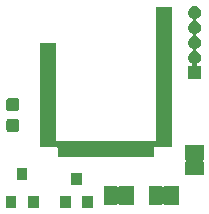
<source format=gbr>
G04 #@! TF.GenerationSoftware,KiCad,Pcbnew,(5.1.0)-1*
G04 #@! TF.CreationDate,2019-05-15T12:27:27+02:00*
G04 #@! TF.ProjectId,expansion,65787061-6e73-4696-9f6e-2e6b69636164,rev?*
G04 #@! TF.SameCoordinates,Original*
G04 #@! TF.FileFunction,Soldermask,Top*
G04 #@! TF.FilePolarity,Negative*
%FSLAX46Y46*%
G04 Gerber Fmt 4.6, Leading zero omitted, Abs format (unit mm)*
G04 Created by KiCad (PCBNEW (5.1.0)-1) date 2019-05-15 12:27:27*
%MOMM*%
%LPD*%
G04 APERTURE LIST*
%ADD10C,0.100000*%
G04 APERTURE END LIST*
D10*
G36*
X133201000Y-72501000D02*
G01*
X132299000Y-72501000D01*
X132299000Y-71499000D01*
X133201000Y-71499000D01*
X133201000Y-72501000D01*
X133201000Y-72501000D01*
G37*
G36*
X131301000Y-72501000D02*
G01*
X130399000Y-72501000D01*
X130399000Y-71499000D01*
X131301000Y-71499000D01*
X131301000Y-72501000D01*
X131301000Y-72501000D01*
G37*
G36*
X137801000Y-72501000D02*
G01*
X136899000Y-72501000D01*
X136899000Y-71499000D01*
X137801000Y-71499000D01*
X137801000Y-72501000D01*
X137801000Y-72501000D01*
G37*
G36*
X135901000Y-72501000D02*
G01*
X134999000Y-72501000D01*
X134999000Y-71499000D01*
X135901000Y-71499000D01*
X135901000Y-72501000D01*
X135901000Y-72501000D01*
G37*
G36*
X139784999Y-70599737D02*
G01*
X139794608Y-70602652D01*
X139803472Y-70607390D01*
X139811212Y-70613742D01*
X139811213Y-70613743D01*
X139811237Y-70613763D01*
X139817640Y-70621573D01*
X139817677Y-70621628D01*
X139825480Y-70631147D01*
X139825511Y-70631122D01*
X139836853Y-70644972D01*
X139855779Y-70660537D01*
X139877377Y-70672111D01*
X139900819Y-70679249D01*
X139925202Y-70681676D01*
X139949591Y-70679300D01*
X139973047Y-70672211D01*
X139994670Y-70660682D01*
X140013628Y-70645157D01*
X140029193Y-70626231D01*
X140031029Y-70623175D01*
X140032418Y-70621486D01*
X140032419Y-70621484D01*
X140038801Y-70613725D01*
X140046573Y-70607360D01*
X140046575Y-70607358D01*
X140055399Y-70602654D01*
X140055438Y-70602633D01*
X140065055Y-70599727D01*
X140065085Y-70599718D01*
X140081113Y-70598148D01*
X141218860Y-70598148D01*
X141234999Y-70599737D01*
X141244608Y-70602652D01*
X141253472Y-70607390D01*
X141261237Y-70613763D01*
X141267610Y-70621528D01*
X141272348Y-70630392D01*
X141275263Y-70640001D01*
X141276852Y-70656140D01*
X141276852Y-72143860D01*
X141275263Y-72159999D01*
X141272348Y-72169608D01*
X141267610Y-72178472D01*
X141261237Y-72186237D01*
X141253472Y-72192610D01*
X141244608Y-72197348D01*
X141234999Y-72200263D01*
X141218860Y-72201852D01*
X140081140Y-72201852D01*
X140065001Y-72200263D01*
X140055392Y-72197348D01*
X140046528Y-72192610D01*
X140038763Y-72186237D01*
X140028116Y-72173263D01*
X140021947Y-72164032D01*
X140004619Y-72146706D01*
X139984244Y-72133093D01*
X139961605Y-72123717D01*
X139937572Y-72118937D01*
X139913068Y-72118938D01*
X139889035Y-72123720D01*
X139866396Y-72133098D01*
X139846022Y-72146713D01*
X139828696Y-72164041D01*
X139821825Y-72173317D01*
X139817640Y-72178427D01*
X139811275Y-72186199D01*
X139803516Y-72192581D01*
X139794661Y-72197326D01*
X139791623Y-72198251D01*
X139785085Y-72200242D01*
X139785082Y-72200242D01*
X139785050Y-72200252D01*
X139775000Y-72201247D01*
X139774935Y-72201247D01*
X139768825Y-72201852D01*
X138781140Y-72201852D01*
X138765001Y-72200263D01*
X138755392Y-72197348D01*
X138746528Y-72192610D01*
X138738763Y-72186237D01*
X138732390Y-72178472D01*
X138727652Y-72169608D01*
X138724737Y-72159999D01*
X138723148Y-72143860D01*
X138723148Y-70656140D01*
X138724737Y-70640001D01*
X138727652Y-70630392D01*
X138732390Y-70621528D01*
X138738763Y-70613763D01*
X138746528Y-70607390D01*
X138755392Y-70602652D01*
X138765001Y-70599737D01*
X138781140Y-70598148D01*
X139768860Y-70598148D01*
X139784999Y-70599737D01*
X139784999Y-70599737D01*
G37*
G36*
X143584999Y-70599737D02*
G01*
X143594608Y-70602652D01*
X143603472Y-70607390D01*
X143611212Y-70613742D01*
X143611213Y-70613743D01*
X143611237Y-70613763D01*
X143617640Y-70621573D01*
X143617677Y-70621628D01*
X143625480Y-70631147D01*
X143625511Y-70631122D01*
X143636853Y-70644972D01*
X143655779Y-70660537D01*
X143677377Y-70672111D01*
X143700819Y-70679249D01*
X143725202Y-70681676D01*
X143749591Y-70679300D01*
X143773047Y-70672211D01*
X143794670Y-70660682D01*
X143813628Y-70645157D01*
X143829193Y-70626231D01*
X143831029Y-70623175D01*
X143832418Y-70621486D01*
X143832419Y-70621484D01*
X143838801Y-70613725D01*
X143846573Y-70607360D01*
X143846575Y-70607358D01*
X143855399Y-70602654D01*
X143855438Y-70602633D01*
X143865055Y-70599727D01*
X143865085Y-70599718D01*
X143881113Y-70598148D01*
X145018860Y-70598148D01*
X145034999Y-70599737D01*
X145044608Y-70602652D01*
X145053472Y-70607390D01*
X145061237Y-70613763D01*
X145067610Y-70621528D01*
X145072348Y-70630392D01*
X145075263Y-70640001D01*
X145076852Y-70656140D01*
X145076852Y-72143860D01*
X145075263Y-72159999D01*
X145072348Y-72169608D01*
X145067610Y-72178472D01*
X145061237Y-72186237D01*
X145053472Y-72192610D01*
X145044608Y-72197348D01*
X145034999Y-72200263D01*
X145018860Y-72201852D01*
X143881140Y-72201852D01*
X143865001Y-72200263D01*
X143855392Y-72197348D01*
X143846528Y-72192610D01*
X143838763Y-72186237D01*
X143828116Y-72173263D01*
X143821947Y-72164032D01*
X143804619Y-72146706D01*
X143784244Y-72133093D01*
X143761605Y-72123717D01*
X143737572Y-72118937D01*
X143713068Y-72118938D01*
X143689035Y-72123720D01*
X143666396Y-72133098D01*
X143646022Y-72146713D01*
X143628696Y-72164041D01*
X143621825Y-72173317D01*
X143617640Y-72178427D01*
X143611275Y-72186199D01*
X143603516Y-72192581D01*
X143594661Y-72197326D01*
X143591623Y-72198251D01*
X143585085Y-72200242D01*
X143585082Y-72200242D01*
X143585050Y-72200252D01*
X143575000Y-72201247D01*
X143574935Y-72201247D01*
X143568825Y-72201852D01*
X142581140Y-72201852D01*
X142565001Y-72200263D01*
X142555392Y-72197348D01*
X142546528Y-72192610D01*
X142538763Y-72186237D01*
X142532390Y-72178472D01*
X142527652Y-72169608D01*
X142524737Y-72159999D01*
X142523148Y-72143860D01*
X142523148Y-70656140D01*
X142524737Y-70640001D01*
X142527652Y-70630392D01*
X142532390Y-70621528D01*
X142538763Y-70613763D01*
X142546528Y-70607390D01*
X142555392Y-70602652D01*
X142565001Y-70599737D01*
X142581140Y-70598148D01*
X143568860Y-70598148D01*
X143584999Y-70599737D01*
X143584999Y-70599737D01*
G37*
G36*
X136851000Y-70501000D02*
G01*
X135949000Y-70501000D01*
X135949000Y-69499000D01*
X136851000Y-69499000D01*
X136851000Y-70501000D01*
X136851000Y-70501000D01*
G37*
G36*
X132251000Y-70101000D02*
G01*
X131349000Y-70101000D01*
X131349000Y-69099000D01*
X132251000Y-69099000D01*
X132251000Y-70101000D01*
X132251000Y-70101000D01*
G37*
G36*
X147159999Y-67124737D02*
G01*
X147169608Y-67127652D01*
X147178472Y-67132390D01*
X147186237Y-67138763D01*
X147192610Y-67146528D01*
X147197348Y-67155392D01*
X147200263Y-67165001D01*
X147201852Y-67181140D01*
X147201852Y-68318860D01*
X147200263Y-68334999D01*
X147197348Y-68344608D01*
X147192610Y-68353472D01*
X147186237Y-68361237D01*
X147173263Y-68371884D01*
X147164032Y-68378053D01*
X147146706Y-68395381D01*
X147133093Y-68415756D01*
X147123717Y-68438395D01*
X147118937Y-68462428D01*
X147118938Y-68486932D01*
X147123720Y-68510965D01*
X147133098Y-68533604D01*
X147146713Y-68553978D01*
X147164041Y-68571304D01*
X147173317Y-68578175D01*
X147178427Y-68582360D01*
X147186199Y-68588725D01*
X147192581Y-68596484D01*
X147197326Y-68605339D01*
X147197326Y-68605340D01*
X147200242Y-68614915D01*
X147200242Y-68614918D01*
X147200252Y-68614950D01*
X147201247Y-68625000D01*
X147201247Y-68625065D01*
X147201852Y-68631175D01*
X147201852Y-69618860D01*
X147200263Y-69634999D01*
X147197348Y-69644608D01*
X147192610Y-69653472D01*
X147186237Y-69661237D01*
X147178472Y-69667610D01*
X147169608Y-69672348D01*
X147159999Y-69675263D01*
X147143860Y-69676852D01*
X145656140Y-69676852D01*
X145640001Y-69675263D01*
X145630392Y-69672348D01*
X145621528Y-69667610D01*
X145613763Y-69661237D01*
X145607390Y-69653472D01*
X145602652Y-69644608D01*
X145599737Y-69634999D01*
X145598148Y-69618860D01*
X145598148Y-68631140D01*
X145599737Y-68615001D01*
X145602652Y-68605392D01*
X145607390Y-68596528D01*
X145613742Y-68588788D01*
X145613743Y-68588787D01*
X145613763Y-68588763D01*
X145621573Y-68582360D01*
X145621628Y-68582323D01*
X145631147Y-68574520D01*
X145631122Y-68574489D01*
X145644972Y-68563147D01*
X145660537Y-68544221D01*
X145672111Y-68522623D01*
X145679249Y-68499181D01*
X145681676Y-68474798D01*
X145679300Y-68450409D01*
X145672211Y-68426953D01*
X145660682Y-68405330D01*
X145645157Y-68386372D01*
X145626231Y-68370807D01*
X145623175Y-68368971D01*
X145621486Y-68367582D01*
X145621484Y-68367581D01*
X145613725Y-68361199D01*
X145611603Y-68358608D01*
X145607358Y-68353425D01*
X145604209Y-68347517D01*
X145602633Y-68344562D01*
X145599727Y-68334945D01*
X145599718Y-68334915D01*
X145598148Y-68318887D01*
X145598148Y-67181140D01*
X145599737Y-67165001D01*
X145602652Y-67155392D01*
X145607390Y-67146528D01*
X145613763Y-67138763D01*
X145621528Y-67132390D01*
X145630392Y-67127652D01*
X145640001Y-67124737D01*
X145656140Y-67123148D01*
X147143860Y-67123148D01*
X147159999Y-67124737D01*
X147159999Y-67124737D01*
G37*
G36*
X144451000Y-67326001D02*
G01*
X143075999Y-67326001D01*
X143051613Y-67328403D01*
X143028164Y-67335516D01*
X143006553Y-67347067D01*
X142987611Y-67362612D01*
X142972066Y-67381554D01*
X142960515Y-67403165D01*
X142953402Y-67426614D01*
X142951000Y-67451000D01*
X142951000Y-68126001D01*
X134849000Y-68126001D01*
X134849000Y-67451000D01*
X134846598Y-67426614D01*
X134839485Y-67403165D01*
X134827934Y-67381554D01*
X134812389Y-67362612D01*
X134793447Y-67347067D01*
X134771836Y-67335516D01*
X134748387Y-67328403D01*
X134724001Y-67326001D01*
X133349000Y-67326001D01*
X133349000Y-58474001D01*
X134651000Y-58474001D01*
X134651000Y-66699002D01*
X134653402Y-66723388D01*
X134660515Y-66746837D01*
X134672066Y-66768448D01*
X134687611Y-66787390D01*
X134706553Y-66802935D01*
X134728164Y-66814486D01*
X134751613Y-66821599D01*
X134775999Y-66824001D01*
X143024001Y-66824001D01*
X143048387Y-66821599D01*
X143071836Y-66814486D01*
X143093447Y-66802935D01*
X143112389Y-66787390D01*
X143127934Y-66768448D01*
X143139485Y-66746837D01*
X143146598Y-66723388D01*
X143149000Y-66699002D01*
X143149000Y-55474001D01*
X144451000Y-55474001D01*
X144451000Y-67326001D01*
X144451000Y-67326001D01*
G37*
G36*
X131364499Y-64903445D02*
G01*
X131401995Y-64914820D01*
X131436554Y-64933292D01*
X131466847Y-64958153D01*
X131491708Y-64988446D01*
X131510180Y-65023005D01*
X131521555Y-65060501D01*
X131526000Y-65105638D01*
X131526000Y-65844362D01*
X131521555Y-65889499D01*
X131510180Y-65926995D01*
X131491708Y-65961554D01*
X131466847Y-65991847D01*
X131436554Y-66016708D01*
X131401995Y-66035180D01*
X131364499Y-66046555D01*
X131319362Y-66051000D01*
X130680638Y-66051000D01*
X130635501Y-66046555D01*
X130598005Y-66035180D01*
X130563446Y-66016708D01*
X130533153Y-65991847D01*
X130508292Y-65961554D01*
X130489820Y-65926995D01*
X130478445Y-65889499D01*
X130474000Y-65844362D01*
X130474000Y-65105638D01*
X130478445Y-65060501D01*
X130489820Y-65023005D01*
X130508292Y-64988446D01*
X130533153Y-64958153D01*
X130563446Y-64933292D01*
X130598005Y-64914820D01*
X130635501Y-64903445D01*
X130680638Y-64899000D01*
X131319362Y-64899000D01*
X131364499Y-64903445D01*
X131364499Y-64903445D01*
G37*
G36*
X131364499Y-63153445D02*
G01*
X131401995Y-63164820D01*
X131436554Y-63183292D01*
X131466847Y-63208153D01*
X131491708Y-63238446D01*
X131510180Y-63273005D01*
X131521555Y-63310501D01*
X131526000Y-63355638D01*
X131526000Y-64094362D01*
X131521555Y-64139499D01*
X131510180Y-64176995D01*
X131491708Y-64211554D01*
X131466847Y-64241847D01*
X131436554Y-64266708D01*
X131401995Y-64285180D01*
X131364499Y-64296555D01*
X131319362Y-64301000D01*
X130680638Y-64301000D01*
X130635501Y-64296555D01*
X130598005Y-64285180D01*
X130563446Y-64266708D01*
X130533153Y-64241847D01*
X130508292Y-64211554D01*
X130489820Y-64176995D01*
X130478445Y-64139499D01*
X130474000Y-64094362D01*
X130474000Y-63355638D01*
X130478445Y-63310501D01*
X130489820Y-63273005D01*
X130508292Y-63238446D01*
X130533153Y-63208153D01*
X130563446Y-63183292D01*
X130598005Y-63164820D01*
X130635501Y-63153445D01*
X130680638Y-63149000D01*
X131319362Y-63149000D01*
X131364499Y-63153445D01*
X131364499Y-63153445D01*
G37*
G36*
X146508015Y-55376973D02*
G01*
X146611879Y-55408479D01*
X146639055Y-55423005D01*
X146707600Y-55459643D01*
X146791501Y-55528499D01*
X146860357Y-55612400D01*
X146896995Y-55680945D01*
X146911521Y-55708121D01*
X146943027Y-55811985D01*
X146953666Y-55920000D01*
X146943027Y-56028015D01*
X146911521Y-56131879D01*
X146911519Y-56131882D01*
X146860357Y-56227600D01*
X146791501Y-56311501D01*
X146707600Y-56380357D01*
X146639055Y-56416995D01*
X146611879Y-56431521D01*
X146599131Y-56435388D01*
X146576504Y-56444760D01*
X146556130Y-56458374D01*
X146538803Y-56475701D01*
X146525189Y-56496075D01*
X146515812Y-56518714D01*
X146511031Y-56542747D01*
X146511031Y-56567251D01*
X146515811Y-56591285D01*
X146525188Y-56613924D01*
X146538802Y-56634298D01*
X146556129Y-56651625D01*
X146576503Y-56665239D01*
X146599131Y-56674612D01*
X146611879Y-56678479D01*
X146639055Y-56693005D01*
X146707600Y-56729643D01*
X146791501Y-56798499D01*
X146860357Y-56882400D01*
X146896995Y-56950945D01*
X146911521Y-56978121D01*
X146943027Y-57081985D01*
X146953666Y-57190000D01*
X146943027Y-57298015D01*
X146911521Y-57401879D01*
X146911519Y-57401882D01*
X146860357Y-57497600D01*
X146791501Y-57581501D01*
X146707600Y-57650357D01*
X146639055Y-57686995D01*
X146611879Y-57701521D01*
X146599131Y-57705388D01*
X146576504Y-57714760D01*
X146556130Y-57728374D01*
X146538803Y-57745701D01*
X146525189Y-57766075D01*
X146515812Y-57788714D01*
X146511031Y-57812747D01*
X146511031Y-57837251D01*
X146515811Y-57861285D01*
X146525188Y-57883924D01*
X146538802Y-57904298D01*
X146556129Y-57921625D01*
X146576503Y-57935239D01*
X146599131Y-57944612D01*
X146611879Y-57948479D01*
X146639055Y-57963005D01*
X146707600Y-57999643D01*
X146791501Y-58068499D01*
X146860357Y-58152400D01*
X146896995Y-58220945D01*
X146911521Y-58248121D01*
X146943027Y-58351985D01*
X146953666Y-58460000D01*
X146943027Y-58568015D01*
X146911521Y-58671879D01*
X146911519Y-58671882D01*
X146860357Y-58767600D01*
X146791501Y-58851501D01*
X146707600Y-58920357D01*
X146639055Y-58956995D01*
X146611879Y-58971521D01*
X146599131Y-58975388D01*
X146576504Y-58984760D01*
X146556130Y-58998374D01*
X146538803Y-59015701D01*
X146525189Y-59036075D01*
X146515812Y-59058714D01*
X146511031Y-59082747D01*
X146511031Y-59107251D01*
X146515811Y-59131285D01*
X146525188Y-59153924D01*
X146538802Y-59174298D01*
X146556129Y-59191625D01*
X146576503Y-59205239D01*
X146599131Y-59214612D01*
X146611879Y-59218479D01*
X146639055Y-59233005D01*
X146707600Y-59269643D01*
X146791501Y-59338499D01*
X146860357Y-59422400D01*
X146896995Y-59490945D01*
X146911521Y-59518121D01*
X146943027Y-59621985D01*
X146953666Y-59730000D01*
X146943027Y-59838015D01*
X146911521Y-59941879D01*
X146911519Y-59941882D01*
X146860357Y-60037600D01*
X146791501Y-60121501D01*
X146707600Y-60190356D01*
X146663807Y-60213764D01*
X146643437Y-60227375D01*
X146626110Y-60244702D01*
X146612496Y-60265076D01*
X146603119Y-60287715D01*
X146598338Y-60311748D01*
X146598338Y-60336252D01*
X146603118Y-60360286D01*
X146612495Y-60382924D01*
X146626109Y-60403299D01*
X146643436Y-60420626D01*
X146663810Y-60434240D01*
X146686449Y-60443617D01*
X146710482Y-60448398D01*
X146722735Y-60449000D01*
X146951000Y-60449000D01*
X146951000Y-61551000D01*
X145849000Y-61551000D01*
X145849000Y-60449000D01*
X146077265Y-60449000D01*
X146101651Y-60446598D01*
X146125100Y-60439485D01*
X146146711Y-60427934D01*
X146165653Y-60412389D01*
X146181198Y-60393447D01*
X146192749Y-60371836D01*
X146199862Y-60348387D01*
X146202264Y-60324001D01*
X146199862Y-60299615D01*
X146192749Y-60276166D01*
X146181198Y-60254555D01*
X146165653Y-60235613D01*
X146146711Y-60220068D01*
X146136198Y-60213767D01*
X146092400Y-60190356D01*
X146008499Y-60121501D01*
X145939643Y-60037600D01*
X145888481Y-59941882D01*
X145888479Y-59941879D01*
X145856973Y-59838015D01*
X145846334Y-59730000D01*
X145856973Y-59621985D01*
X145888479Y-59518121D01*
X145903005Y-59490945D01*
X145939643Y-59422400D01*
X146008499Y-59338499D01*
X146092400Y-59269643D01*
X146160945Y-59233005D01*
X146188121Y-59218479D01*
X146200869Y-59214612D01*
X146223496Y-59205240D01*
X146243870Y-59191626D01*
X146261197Y-59174299D01*
X146274811Y-59153925D01*
X146284188Y-59131286D01*
X146288969Y-59107253D01*
X146288969Y-59082749D01*
X146284189Y-59058715D01*
X146274812Y-59036076D01*
X146261198Y-59015702D01*
X146243871Y-58998375D01*
X146223497Y-58984761D01*
X146200869Y-58975388D01*
X146188121Y-58971521D01*
X146160945Y-58956995D01*
X146092400Y-58920357D01*
X146008499Y-58851501D01*
X145939643Y-58767600D01*
X145888481Y-58671882D01*
X145888479Y-58671879D01*
X145856973Y-58568015D01*
X145846334Y-58460000D01*
X145856973Y-58351985D01*
X145888479Y-58248121D01*
X145903005Y-58220945D01*
X145939643Y-58152400D01*
X146008499Y-58068499D01*
X146092400Y-57999643D01*
X146160945Y-57963005D01*
X146188121Y-57948479D01*
X146200869Y-57944612D01*
X146223496Y-57935240D01*
X146243870Y-57921626D01*
X146261197Y-57904299D01*
X146274811Y-57883925D01*
X146284188Y-57861286D01*
X146288969Y-57837253D01*
X146288969Y-57812749D01*
X146284189Y-57788715D01*
X146274812Y-57766076D01*
X146261198Y-57745702D01*
X146243871Y-57728375D01*
X146223497Y-57714761D01*
X146200869Y-57705388D01*
X146188121Y-57701521D01*
X146160945Y-57686995D01*
X146092400Y-57650357D01*
X146008499Y-57581501D01*
X145939643Y-57497600D01*
X145888481Y-57401882D01*
X145888479Y-57401879D01*
X145856973Y-57298015D01*
X145846334Y-57190000D01*
X145856973Y-57081985D01*
X145888479Y-56978121D01*
X145903005Y-56950945D01*
X145939643Y-56882400D01*
X146008499Y-56798499D01*
X146092400Y-56729643D01*
X146160945Y-56693005D01*
X146188121Y-56678479D01*
X146200869Y-56674612D01*
X146223496Y-56665240D01*
X146243870Y-56651626D01*
X146261197Y-56634299D01*
X146274811Y-56613925D01*
X146284188Y-56591286D01*
X146288969Y-56567253D01*
X146288969Y-56542749D01*
X146284189Y-56518715D01*
X146274812Y-56496076D01*
X146261198Y-56475702D01*
X146243871Y-56458375D01*
X146223497Y-56444761D01*
X146200869Y-56435388D01*
X146188121Y-56431521D01*
X146160945Y-56416995D01*
X146092400Y-56380357D01*
X146008499Y-56311501D01*
X145939643Y-56227600D01*
X145888481Y-56131882D01*
X145888479Y-56131879D01*
X145856973Y-56028015D01*
X145846334Y-55920000D01*
X145856973Y-55811985D01*
X145888479Y-55708121D01*
X145903005Y-55680945D01*
X145939643Y-55612400D01*
X146008499Y-55528499D01*
X146092400Y-55459643D01*
X146160945Y-55423005D01*
X146188121Y-55408479D01*
X146291985Y-55376973D01*
X146372933Y-55369000D01*
X146427067Y-55369000D01*
X146508015Y-55376973D01*
X146508015Y-55376973D01*
G37*
M02*

</source>
